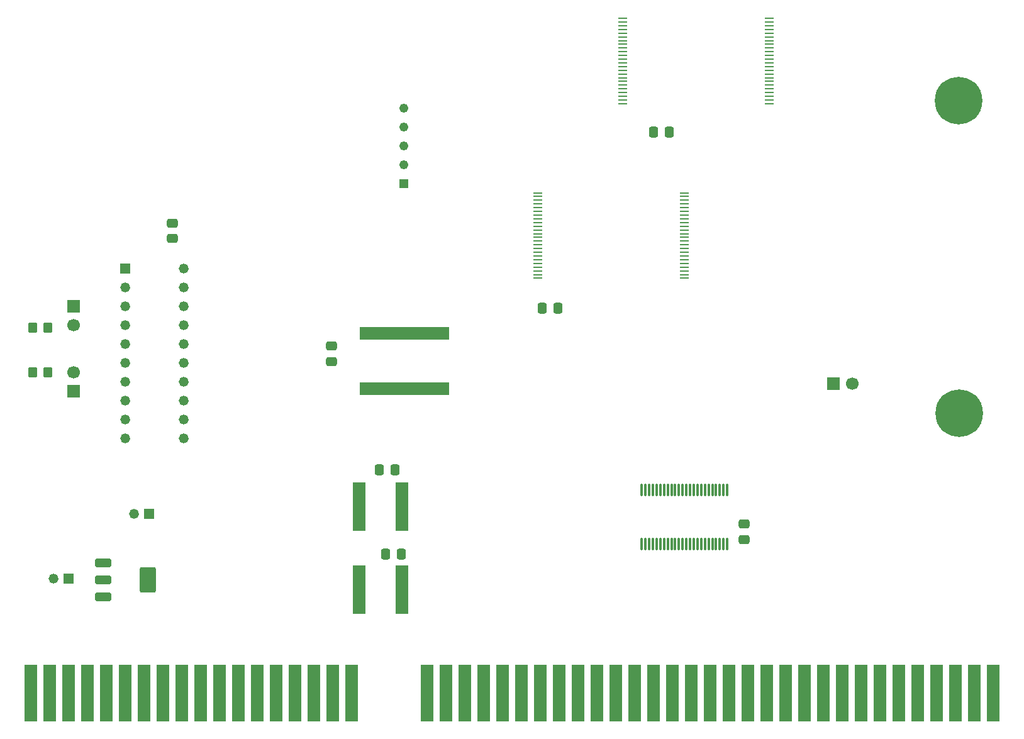
<source format=gbr>
%TF.GenerationSoftware,KiCad,Pcbnew,9.0.6*%
%TF.CreationDate,2026-01-11T16:50:18-07:00*%
%TF.ProjectId,PCRAMXpander,50435241-4d58-4706-916e-6465722e6b69,rev?*%
%TF.SameCoordinates,Original*%
%TF.FileFunction,Soldermask,Top*%
%TF.FilePolarity,Negative*%
%FSLAX46Y46*%
G04 Gerber Fmt 4.6, Leading zero omitted, Abs format (unit mm)*
G04 Created by KiCad (PCBNEW 9.0.6) date 2026-01-11 16:50:18*
%MOMM*%
%LPD*%
G01*
G04 APERTURE LIST*
G04 Aperture macros list*
%AMRoundRect*
0 Rectangle with rounded corners*
0 $1 Rounding radius*
0 $2 $3 $4 $5 $6 $7 $8 $9 X,Y pos of 4 corners*
0 Add a 4 corners polygon primitive as box body*
4,1,4,$2,$3,$4,$5,$6,$7,$8,$9,$2,$3,0*
0 Add four circle primitives for the rounded corners*
1,1,$1+$1,$2,$3*
1,1,$1+$1,$4,$5*
1,1,$1+$1,$6,$7*
1,1,$1+$1,$8,$9*
0 Add four rect primitives between the rounded corners*
20,1,$1+$1,$2,$3,$4,$5,0*
20,1,$1+$1,$4,$5,$6,$7,0*
20,1,$1+$1,$6,$7,$8,$9,0*
20,1,$1+$1,$8,$9,$2,$3,0*%
G04 Aperture macros list end*
%ADD10RoundRect,0.060500X-0.181500X0.826500X-0.181500X-0.826500X0.181500X-0.826500X0.181500X0.826500X0*%
%ADD11RoundRect,0.250000X0.337500X0.475000X-0.337500X0.475000X-0.337500X-0.475000X0.337500X-0.475000X0*%
%ADD12RoundRect,0.250000X0.350000X0.450000X-0.350000X0.450000X-0.350000X-0.450000X0.350000X-0.450000X0*%
%ADD13R,1.320800X1.320800*%
%ADD14C,1.320800*%
%ADD15RoundRect,0.141750X-0.950250X-0.425250X0.950250X-0.425250X0.950250X0.425250X-0.950250X0.425250X0*%
%ADD16RoundRect,0.273000X-0.819000X-1.444000X0.819000X-1.444000X0.819000X1.444000X-0.819000X1.444000X0*%
%ADD17C,0.800000*%
%ADD18C,6.400000*%
%ADD19O,0.299999X1.749999*%
%ADD20RoundRect,0.250000X-0.350000X-0.450000X0.350000X-0.450000X0.350000X0.450000X-0.350000X0.450000X0*%
%ADD21R,1.780000X7.620000*%
%ADD22R,1.206500X0.279400*%
%ADD23RoundRect,0.250000X-0.475000X0.337500X-0.475000X-0.337500X0.475000X-0.337500X0.475000X0.337500X0*%
%ADD24R,1.700000X1.700000*%
%ADD25C,1.700000*%
%ADD26RoundRect,0.076750X-0.810250X-0.230250X0.810250X-0.230250X0.810250X0.230250X-0.810250X0.230250X0*%
%ADD27R,1.219200X1.219200*%
%ADD28C,1.219200*%
%ADD29RoundRect,0.250000X-0.337500X-0.475000X0.337500X-0.475000X0.337500X0.475000X-0.337500X0.475000X0*%
%ADD30RoundRect,0.250000X0.475000X-0.337500X0.475000X0.337500X-0.475000X0.337500X-0.475000X-0.337500X0*%
G04 APERTURE END LIST*
D10*
%TO.C,U2*%
X122082000Y-100166000D03*
X121582000Y-100166000D03*
X121082000Y-100166000D03*
X120582000Y-100166000D03*
X120082000Y-100166000D03*
X119582000Y-100166000D03*
X119082000Y-100166000D03*
X118582000Y-100166000D03*
X118082000Y-100166000D03*
X117582000Y-100166000D03*
X117082000Y-100166000D03*
X116582000Y-100166000D03*
X116082000Y-100166000D03*
X115582000Y-100166000D03*
X115082000Y-100166000D03*
X114582000Y-100166000D03*
X114082000Y-100166000D03*
X113582000Y-100166000D03*
X113082000Y-100166000D03*
X112582000Y-100166000D03*
X112082000Y-100166000D03*
X111582000Y-100166000D03*
X111082000Y-100166000D03*
X110582000Y-100166000D03*
X110582000Y-107606000D03*
X111082000Y-107606000D03*
X111582000Y-107606000D03*
X112082000Y-107606000D03*
X112582000Y-107606000D03*
X113082000Y-107606000D03*
X113582000Y-107606000D03*
X114082000Y-107606000D03*
X114582000Y-107606000D03*
X115082000Y-107606000D03*
X115582000Y-107606000D03*
X116082000Y-107606000D03*
X116582000Y-107606000D03*
X117082000Y-107606000D03*
X117582000Y-107606000D03*
X118082000Y-107606000D03*
X118582000Y-107606000D03*
X119082000Y-107606000D03*
X119582000Y-107606000D03*
X120082000Y-107606000D03*
X120582000Y-107606000D03*
X121082000Y-107606000D03*
X121582000Y-107606000D03*
X122082000Y-107606000D03*
%TD*%
D11*
%TO.C,C7*%
X115845500Y-129844800D03*
X113770500Y-129844800D03*
%TD*%
D12*
%TO.C,R2*%
X68294000Y-105410000D03*
X66294000Y-105410000D03*
%TD*%
D13*
%TO.C,C8*%
X81915000Y-124460000D03*
D14*
X79908400Y-124460000D03*
%TD*%
D15*
%TO.C,VR1*%
X75725000Y-131050000D03*
X75725000Y-133350000D03*
X75725000Y-135650000D03*
D16*
X81755000Y-133350000D03*
%TD*%
D17*
%TO.C,H2*%
X188619168Y-110917056D03*
X189322112Y-109220000D03*
X189322112Y-112614112D03*
X191019168Y-108517056D03*
D18*
X191019168Y-110917056D03*
D17*
X191019168Y-113317056D03*
X192716224Y-109220000D03*
X192716224Y-112614112D03*
X193419168Y-110917056D03*
%TD*%
D19*
%TO.C,U3*%
X159753499Y-121255999D03*
X159253500Y-121255999D03*
X158753499Y-121255999D03*
X158253500Y-121255999D03*
X157753498Y-121255999D03*
X157253499Y-121255999D03*
X156753500Y-121255999D03*
X156253499Y-121255999D03*
X155753500Y-121255999D03*
X155253498Y-121255999D03*
X154753499Y-121255999D03*
X154253500Y-121255999D03*
X153753498Y-121255999D03*
X153253500Y-121255999D03*
X152753498Y-121255999D03*
X152253499Y-121255999D03*
X151753500Y-121255999D03*
X151253498Y-121255999D03*
X150753499Y-121255999D03*
X150253500Y-121255999D03*
X149753499Y-121255999D03*
X149253500Y-121255999D03*
X148753498Y-121255999D03*
X148253499Y-121255999D03*
X148253499Y-128506000D03*
X148753498Y-128506000D03*
X149253500Y-128506000D03*
X149753499Y-128506000D03*
X150253500Y-128506000D03*
X150753499Y-128506000D03*
X151253498Y-128506000D03*
X151753500Y-128506000D03*
X152253499Y-128506000D03*
X152753498Y-128506000D03*
X153253500Y-128506000D03*
X153753498Y-128506000D03*
X154253500Y-128506000D03*
X154753499Y-128506000D03*
X155253498Y-128506000D03*
X155753500Y-128506000D03*
X156253499Y-128506000D03*
X156753500Y-128506000D03*
X157253499Y-128506000D03*
X157753498Y-128506000D03*
X158253500Y-128506000D03*
X158753499Y-128506000D03*
X159253500Y-128506000D03*
X159753499Y-128506000D03*
%TD*%
D20*
%TO.C,R1*%
X66294000Y-99425000D03*
X68294000Y-99425000D03*
%TD*%
D21*
%TO.C,J1*%
X195580000Y-148590000D03*
X193040000Y-148590000D03*
X190500000Y-148590000D03*
X187960000Y-148590000D03*
X185420000Y-148590000D03*
X182880000Y-148590000D03*
X180340000Y-148590000D03*
X177800000Y-148590000D03*
X175260000Y-148590000D03*
X172720000Y-148590000D03*
X170180000Y-148590000D03*
X167640000Y-148590000D03*
X165100000Y-148590000D03*
X162560000Y-148590000D03*
X160020000Y-148590000D03*
X157480000Y-148590000D03*
X154940000Y-148590000D03*
X152400000Y-148590000D03*
X149860000Y-148590000D03*
X147320000Y-148590000D03*
X144780000Y-148590000D03*
X142240000Y-148590000D03*
X139700000Y-148590000D03*
X137160000Y-148590000D03*
X134620000Y-148590000D03*
X132080000Y-148590000D03*
X129540000Y-148590000D03*
X127000000Y-148590000D03*
X124460000Y-148590000D03*
X121920000Y-148590000D03*
X119380000Y-148590000D03*
X109220000Y-148590000D03*
X106680000Y-148590000D03*
X104140000Y-148590000D03*
X101600000Y-148590000D03*
X99060000Y-148590000D03*
X96520000Y-148590000D03*
X93980000Y-148590000D03*
X91440000Y-148590000D03*
X88900000Y-148590000D03*
X86360000Y-148590000D03*
X83820000Y-148590000D03*
X81280000Y-148590000D03*
X78740000Y-148590000D03*
X76200000Y-148590000D03*
X73660000Y-148590000D03*
X71120000Y-148590000D03*
X68580000Y-148590000D03*
X66040000Y-148590000D03*
%TD*%
D22*
%TO.C,U5*%
X165423850Y-69249999D03*
X165423850Y-68750000D03*
X165423850Y-68250001D03*
X165423850Y-67749999D03*
X165423850Y-67250000D03*
X165423850Y-66750001D03*
X165423850Y-66250000D03*
X165423850Y-65750001D03*
X165423850Y-65249999D03*
X165423850Y-64750000D03*
X165423850Y-64250001D03*
X165423850Y-63750000D03*
X165423850Y-63250000D03*
X165423850Y-62749999D03*
X165423850Y-62250000D03*
X165423850Y-61750001D03*
X165423850Y-61249999D03*
X165423850Y-60750000D03*
X165423850Y-60249999D03*
X165423850Y-59750000D03*
X165423850Y-59250001D03*
X165423850Y-58749999D03*
X165423850Y-58250000D03*
X165423850Y-57749999D03*
X145726150Y-57750001D03*
X145726150Y-58250000D03*
X145726150Y-58749999D03*
X145726150Y-59250001D03*
X145726150Y-59750000D03*
X145726150Y-60250001D03*
X145726150Y-60750000D03*
X145726150Y-61249999D03*
X145726150Y-61750001D03*
X145726150Y-62250000D03*
X145726150Y-62750002D03*
X145726150Y-63250000D03*
X145726150Y-63750000D03*
X145726150Y-64250001D03*
X145726150Y-64750000D03*
X145726150Y-65249999D03*
X145726150Y-65750001D03*
X145726150Y-66250000D03*
X145726150Y-66750001D03*
X145726150Y-67250000D03*
X145726150Y-67749999D03*
X145726150Y-68250001D03*
X145726150Y-68750000D03*
X145726150Y-69250001D03*
%TD*%
D23*
%TO.C,C1*%
X85090000Y-85322500D03*
X85090000Y-87397500D03*
%TD*%
D13*
%TO.C,C9*%
X71094600Y-133197600D03*
D14*
X69088000Y-133197600D03*
%TD*%
D17*
%TO.C,H1*%
X188527056Y-68838944D03*
X189230000Y-67141888D03*
X189230000Y-70536000D03*
X190927056Y-66438944D03*
D18*
X190927056Y-68838944D03*
D17*
X190927056Y-71238944D03*
X192624112Y-67141888D03*
X192624112Y-70536000D03*
X193327056Y-68838944D03*
%TD*%
D11*
%TO.C,C5*%
X151913500Y-73025000D03*
X149838500Y-73025000D03*
%TD*%
D23*
%TO.C,C2*%
X106502200Y-101883300D03*
X106502200Y-103958300D03*
%TD*%
D22*
%TO.C,U6*%
X153993850Y-92744999D03*
X153993850Y-92245000D03*
X153993850Y-91745001D03*
X153993850Y-91244999D03*
X153993850Y-90745000D03*
X153993850Y-90245001D03*
X153993850Y-89745000D03*
X153993850Y-89245001D03*
X153993850Y-88744999D03*
X153993850Y-88245000D03*
X153993850Y-87745001D03*
X153993850Y-87245000D03*
X153993850Y-86745000D03*
X153993850Y-86244999D03*
X153993850Y-85745000D03*
X153993850Y-85245001D03*
X153993850Y-84744999D03*
X153993850Y-84245000D03*
X153993850Y-83744999D03*
X153993850Y-83245000D03*
X153993850Y-82745001D03*
X153993850Y-82244999D03*
X153993850Y-81745000D03*
X153993850Y-81244999D03*
X134296150Y-81245001D03*
X134296150Y-81745000D03*
X134296150Y-82244999D03*
X134296150Y-82745001D03*
X134296150Y-83245000D03*
X134296150Y-83745001D03*
X134296150Y-84245000D03*
X134296150Y-84744999D03*
X134296150Y-85245001D03*
X134296150Y-85745000D03*
X134296150Y-86245002D03*
X134296150Y-86745000D03*
X134296150Y-87245000D03*
X134296150Y-87745001D03*
X134296150Y-88245000D03*
X134296150Y-88744999D03*
X134296150Y-89245001D03*
X134296150Y-89745000D03*
X134296150Y-90245001D03*
X134296150Y-90745000D03*
X134296150Y-91244999D03*
X134296150Y-91745001D03*
X134296150Y-92245000D03*
X134296150Y-92745001D03*
%TD*%
D24*
%TO.C,JP2*%
X71755000Y-107950000D03*
D25*
X71755000Y-105410000D03*
%TD*%
D24*
%TO.C,JP3*%
X174040800Y-106934000D03*
D25*
X176580800Y-106934000D03*
%TD*%
D24*
%TO.C,JP1*%
X71755000Y-96520000D03*
D25*
X71755000Y-99060000D03*
%TD*%
D26*
%TO.C,U7*%
X110211000Y-131745800D03*
X110211000Y-132395800D03*
X110211000Y-133045800D03*
X110211000Y-133695800D03*
X110211000Y-134345800D03*
X110211000Y-134995800D03*
X110211000Y-135645800D03*
X110211000Y-136295800D03*
X110211000Y-136945800D03*
X110211000Y-137595800D03*
X115951000Y-137595800D03*
X115951000Y-136945800D03*
X115951000Y-136295800D03*
X115951000Y-135645800D03*
X115951000Y-134995800D03*
X115951000Y-134345800D03*
X115951000Y-133695800D03*
X115951000Y-133045800D03*
X115951000Y-132395800D03*
X115951000Y-131745800D03*
%TD*%
D27*
%TO.C,R3*%
X116205000Y-80010000D03*
D28*
X116205000Y-77470000D03*
X116205000Y-74930000D03*
X116205000Y-72390000D03*
X116205000Y-69850000D03*
%TD*%
D29*
%TO.C,C6*%
X134852500Y-96774000D03*
X136927500Y-96774000D03*
%TD*%
D26*
%TO.C,U4*%
X110211000Y-120533400D03*
X110211000Y-121183400D03*
X110211000Y-121833400D03*
X110211000Y-122483400D03*
X110211000Y-123133400D03*
X110211000Y-123783400D03*
X110211000Y-124433400D03*
X110211000Y-125083400D03*
X110211000Y-125733400D03*
X110211000Y-126383400D03*
X115951000Y-126383400D03*
X115951000Y-125733400D03*
X115951000Y-125083400D03*
X115951000Y-124433400D03*
X115951000Y-123783400D03*
X115951000Y-123133400D03*
X115951000Y-122483400D03*
X115951000Y-121833400D03*
X115951000Y-121183400D03*
X115951000Y-120533400D03*
%TD*%
D13*
%TO.C,U1*%
X78740000Y-91440000D03*
D14*
X78740000Y-93980000D03*
X78740000Y-96520000D03*
X78740000Y-99060000D03*
X78740000Y-101600000D03*
X78740000Y-104140000D03*
X78740000Y-106680000D03*
X78740000Y-109220000D03*
X78740000Y-111760000D03*
X78740000Y-114300000D03*
X86582001Y-114300000D03*
X86582001Y-111760000D03*
X86582001Y-109220000D03*
X86582001Y-106680000D03*
X86582001Y-104140000D03*
X86582001Y-101600000D03*
X86582001Y-99060000D03*
X86582001Y-96520000D03*
X86582001Y-93980000D03*
X86582001Y-91440000D03*
%TD*%
D11*
%TO.C,C4*%
X115007300Y-118501400D03*
X112932300Y-118501400D03*
%TD*%
D30*
%TO.C,C3*%
X162052000Y-127910500D03*
X162052000Y-125835500D03*
%TD*%
M02*

</source>
